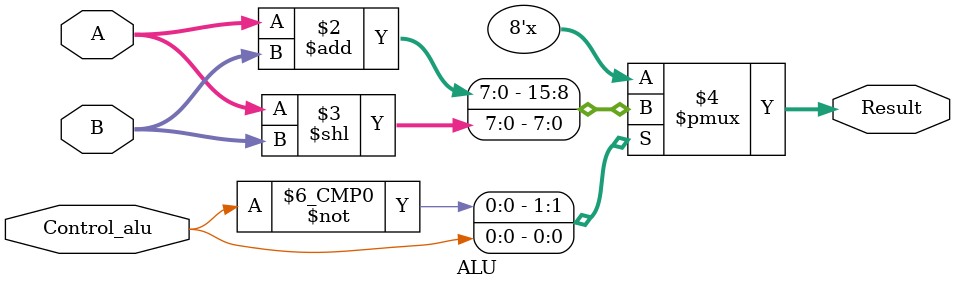
<source format=v>

module ALU(input [7:0] A,input [7:0] B,input Control_alu,output reg [7:0] Result);
  
  always@(A,B,Control_alu)
  begin 
    
    case (Control_alu)
      
        1'b0 : Result = A + B;
	1'b1 : Result = A << B;  
	 	  
      default : $display("Invalid ALU control signal");
      
    endcase
  end
endmodule

</source>
